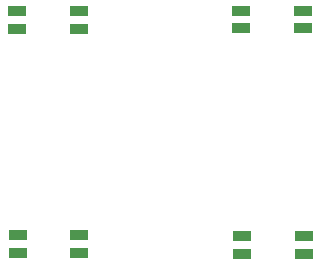
<source format=gbp>
%TF.GenerationSoftware,KiCad,Pcbnew,9.0.7*%
%TF.CreationDate,2026-01-25T00:35:13+11:00*%
%TF.ProjectId,HackPad!,4861636b-5061-4642-912e-6b696361645f,rev?*%
%TF.SameCoordinates,Original*%
%TF.FileFunction,Paste,Bot*%
%TF.FilePolarity,Positive*%
%FSLAX46Y46*%
G04 Gerber Fmt 4.6, Leading zero omitted, Abs format (unit mm)*
G04 Created by KiCad (PCBNEW 9.0.7) date 2026-01-25 00:35:13*
%MOMM*%
%LPD*%
G01*
G04 APERTURE LIST*
G04 Aperture macros list*
%AMRoundRect*
0 Rectangle with rounded corners*
0 $1 Rounding radius*
0 $2 $3 $4 $5 $6 $7 $8 $9 X,Y pos of 4 corners*
0 Add a 4 corners polygon primitive as box body*
4,1,4,$2,$3,$4,$5,$6,$7,$8,$9,$2,$3,0*
0 Add four circle primitives for the rounded corners*
1,1,$1+$1,$2,$3*
1,1,$1+$1,$4,$5*
1,1,$1+$1,$6,$7*
1,1,$1+$1,$8,$9*
0 Add four rect primitives between the rounded corners*
20,1,$1+$1,$2,$3,$4,$5,0*
20,1,$1+$1,$4,$5,$6,$7,0*
20,1,$1+$1,$6,$7,$8,$9,0*
20,1,$1+$1,$8,$9,$2,$3,0*%
G04 Aperture macros list end*
%ADD10RoundRect,0.082000X0.718000X-0.328000X0.718000X0.328000X-0.718000X0.328000X-0.718000X-0.328000X0*%
G04 APERTURE END LIST*
D10*
%TO.C,D2*%
X102612500Y-77252500D03*
X102612500Y-75752500D03*
X97412500Y-75752500D03*
X97412500Y-77252500D03*
%TD*%
%TO.C,D3*%
X121662500Y-96317500D03*
X121662500Y-94817500D03*
X116462500Y-94817500D03*
X116462500Y-96317500D03*
%TD*%
%TO.C,D1*%
X121612500Y-77227500D03*
X121612500Y-75727500D03*
X116412500Y-75727500D03*
X116412500Y-77227500D03*
%TD*%
%TO.C,D4*%
X102650000Y-96255000D03*
X102650000Y-94755000D03*
X97450000Y-94755000D03*
X97450000Y-96255000D03*
%TD*%
M02*

</source>
